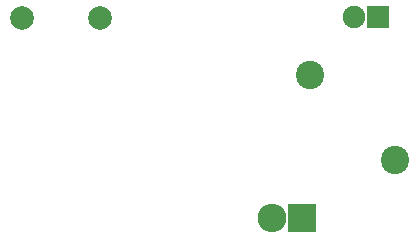
<source format=gbr>
G04 #@! TF.FileFunction,Soldermask,Bot*
%FSLAX46Y46*%
G04 Gerber Fmt 4.6, Leading zero omitted, Abs format (unit mm)*
G04 Created by KiCad (PCBNEW 4.0.2-4+6225~38~ubuntu14.04.1-stable) date Sat 05 Mar 2016 02:02:49 PM PST*
%MOMM*%
G01*
G04 APERTURE LIST*
%ADD10C,0.100000*%
%ADD11C,2.000000*%
%ADD12R,2.432000X2.432000*%
%ADD13O,2.432000X2.432000*%
%ADD14R,1.900000X1.900000*%
%ADD15O,1.900000X1.900000*%
%ADD16C,2.398980*%
G04 APERTURE END LIST*
D10*
D11*
X138686000Y-81026000D03*
X145286000Y-81026000D03*
D12*
X162433000Y-97917000D03*
D13*
X159893000Y-97917000D03*
D14*
X168813900Y-80907000D03*
D15*
X166813900Y-80907000D03*
D16*
X163073500Y-85809200D03*
X170257705Y-92993405D03*
M02*

</source>
